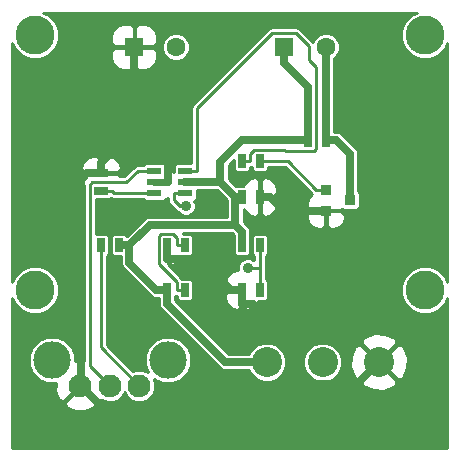
<source format=gtl>
G04 (created by PCBNEW (2013-mar-13)-testing) date Sun 09 Feb 2014 10:32:50 PM PST*
%MOIN*%
G04 Gerber Fmt 3.4, Leading zero omitted, Abs format*
%FSLAX34Y34*%
G01*
G70*
G90*
G04 APERTURE LIST*
%ADD10C,0.005906*%
%ADD11R,0.025000X0.045000*%
%ADD12R,0.063000X0.063000*%
%ADD13C,0.063000*%
%ADD14R,0.036000X0.036000*%
%ADD15R,0.045000X0.025000*%
%ADD16C,0.076000*%
%ADD17C,0.125000*%
%ADD18C,0.100000*%
%ADD19R,0.048031X0.024409*%
%ADD20C,0.130000*%
%ADD21C,0.035000*%
%ADD22C,0.025000*%
%ADD23C,0.024402*%
%ADD24C,0.010000*%
G04 APERTURE END LIST*
G54D10*
G54D11*
X17900Y-16400D03*
X18500Y-16400D03*
X20700Y-14500D03*
X20100Y-14500D03*
G54D12*
X14311Y-11400D03*
G54D13*
X15689Y-11400D03*
G54D12*
X19311Y-11400D03*
G54D13*
X20689Y-11400D03*
G54D14*
X20700Y-16850D03*
X20700Y-16150D03*
X21500Y-16500D03*
G54D11*
X13800Y-18000D03*
X13200Y-18000D03*
X17900Y-18000D03*
X18500Y-18000D03*
X18500Y-15200D03*
X17900Y-15200D03*
G54D15*
X13200Y-16200D03*
X13200Y-15600D03*
G54D11*
X18500Y-19500D03*
X17900Y-19500D03*
G54D16*
X12516Y-22700D03*
X13500Y-22700D03*
X14484Y-22700D03*
G54D17*
X11570Y-21834D03*
X15430Y-21834D03*
G54D18*
X18730Y-21900D03*
X20600Y-21900D03*
X22470Y-21900D03*
G54D19*
X16015Y-15525D03*
X16015Y-15900D03*
X16015Y-16274D03*
X14984Y-16274D03*
X14984Y-15900D03*
X14984Y-15525D03*
G54D20*
X11000Y-19500D03*
X24000Y-11000D03*
X11000Y-11000D03*
X24000Y-19500D03*
G54D11*
X15400Y-19500D03*
X16000Y-19500D03*
X16000Y-18000D03*
X15400Y-18000D03*
G54D21*
X16028Y-16699D03*
X18087Y-18758D03*
G54D22*
X19310Y-11400D02*
X19310Y-11940D01*
X13800Y-18000D02*
X14150Y-18000D01*
X15400Y-19500D02*
X15049Y-19500D01*
X17349Y-21900D02*
X15400Y-19950D01*
X18730Y-21900D02*
X17349Y-21900D01*
X15400Y-19500D02*
X15400Y-19950D01*
X14150Y-18600D02*
X15049Y-19500D01*
X14150Y-18000D02*
X14150Y-18600D01*
X17900Y-18000D02*
X17900Y-17549D01*
X16015Y-15900D02*
X16481Y-15900D01*
X20100Y-12729D02*
X20100Y-14500D01*
X19310Y-11940D02*
X20100Y-12729D01*
X17900Y-17549D02*
X17681Y-17331D01*
X17181Y-15232D02*
X17181Y-15900D01*
X17913Y-14500D02*
X17181Y-15232D01*
X20100Y-14500D02*
X17913Y-14500D01*
X16481Y-15900D02*
X17181Y-15900D01*
X14819Y-17331D02*
X17681Y-17331D01*
X14150Y-18000D02*
X14819Y-17331D01*
X17900Y-16400D02*
X17681Y-16400D01*
X17181Y-15900D02*
X17681Y-16400D01*
X17681Y-16400D02*
X17681Y-17331D01*
X14310Y-11400D02*
X14310Y-11940D01*
G54D23*
X14984Y-15900D02*
X15446Y-15900D01*
X15446Y-15873D02*
X15446Y-15900D01*
X15448Y-15872D02*
X15446Y-15873D01*
G54D22*
X13200Y-15600D02*
X13200Y-15249D01*
X14310Y-11940D02*
X14310Y-14466D01*
X14638Y-14466D02*
X14310Y-14466D01*
X15449Y-15277D02*
X14638Y-14466D01*
X15449Y-15870D02*
X15449Y-15277D01*
X15448Y-15872D02*
X15449Y-15870D01*
X13983Y-14466D02*
X13200Y-15249D01*
X14310Y-14466D02*
X13983Y-14466D01*
X13200Y-15600D02*
X12749Y-15600D01*
X15400Y-18000D02*
X15400Y-18450D01*
X20700Y-16850D02*
X20294Y-16850D01*
X18500Y-16400D02*
X18850Y-16400D01*
X16500Y-18450D02*
X17549Y-19500D01*
X15400Y-18450D02*
X16500Y-18450D01*
X12515Y-22700D02*
X12532Y-22700D01*
X12532Y-15817D02*
X12749Y-15600D01*
X12532Y-22700D02*
X12532Y-15817D01*
X17900Y-19500D02*
X17549Y-19500D01*
X18976Y-23322D02*
X19665Y-22633D01*
X13155Y-23322D02*
X18976Y-23322D01*
X12532Y-22700D02*
X13155Y-23322D01*
X21736Y-22633D02*
X22470Y-21900D01*
X19665Y-22633D02*
X21736Y-22633D01*
X20270Y-16874D02*
X19324Y-16874D01*
X20294Y-16850D02*
X20270Y-16874D01*
X19324Y-16874D02*
X18850Y-16400D01*
X18252Y-19950D02*
X17900Y-19950D01*
X18490Y-20188D02*
X18252Y-19950D01*
X19665Y-21362D02*
X18490Y-20188D01*
X19665Y-22633D02*
X19665Y-21362D01*
X19324Y-19353D02*
X19324Y-16874D01*
X18490Y-20188D02*
X19324Y-19353D01*
X17900Y-19500D02*
X17900Y-19950D01*
G54D24*
X18087Y-18758D02*
X18500Y-18758D01*
X18500Y-19500D02*
X18500Y-18758D01*
X18500Y-18758D02*
X18500Y-18000D01*
X16015Y-16274D02*
X15625Y-16274D01*
X15824Y-16699D02*
X16028Y-16699D01*
X15625Y-16500D02*
X15824Y-16699D01*
X15625Y-16274D02*
X15625Y-16500D01*
X19419Y-15200D02*
X20369Y-16150D01*
X18500Y-15200D02*
X19419Y-15200D01*
X20700Y-16150D02*
X20369Y-16150D01*
G54D22*
X21500Y-14949D02*
X21050Y-14500D01*
X21500Y-16500D02*
X21500Y-14949D01*
X20700Y-14500D02*
X21050Y-14500D01*
X20689Y-14038D02*
X20700Y-14049D01*
X20689Y-11400D02*
X20689Y-14038D01*
X20700Y-14500D02*
X20700Y-14049D01*
G54D24*
X15724Y-19224D02*
X15724Y-19500D01*
X15124Y-18624D02*
X15724Y-19224D01*
X15124Y-17705D02*
X15124Y-18624D01*
X15205Y-17624D02*
X15124Y-17705D01*
X15590Y-17624D02*
X15205Y-17624D01*
X15724Y-17759D02*
X15590Y-17624D01*
X15724Y-18000D02*
X15724Y-17759D01*
X16000Y-18000D02*
X15724Y-18000D01*
X16000Y-19500D02*
X15724Y-19500D01*
X12824Y-22024D02*
X13500Y-22700D01*
X12824Y-16000D02*
X12824Y-22024D01*
X12911Y-15914D02*
X12824Y-16000D01*
X14045Y-15914D02*
X12911Y-15914D01*
X14433Y-15525D02*
X14045Y-15914D01*
X14984Y-15525D02*
X14433Y-15525D01*
X13649Y-16274D02*
X13575Y-16200D01*
X14984Y-16274D02*
X13649Y-16274D01*
X13200Y-16200D02*
X13575Y-16200D01*
X13200Y-21415D02*
X13200Y-18000D01*
X14484Y-22700D02*
X13200Y-21415D01*
X18175Y-14959D02*
X18175Y-15200D01*
X18309Y-14824D02*
X18175Y-14959D01*
X19318Y-14824D02*
X18309Y-14824D01*
X19369Y-14875D02*
X19318Y-14824D01*
X20287Y-14875D02*
X19369Y-14875D01*
X20375Y-14787D02*
X20287Y-14875D01*
X20375Y-12079D02*
X20375Y-14787D01*
X20121Y-11826D02*
X20375Y-12079D01*
X20121Y-11363D02*
X20121Y-11826D01*
X19693Y-10934D02*
X20121Y-11363D01*
X18897Y-10934D02*
X19693Y-10934D01*
X16406Y-13426D02*
X18897Y-10934D01*
X16406Y-15525D02*
X16406Y-13426D01*
X16015Y-15525D02*
X16406Y-15525D01*
X17900Y-15200D02*
X18175Y-15200D01*
G54D10*
G36*
X15017Y-15925D02*
X15009Y-15925D01*
X15009Y-15932D01*
X14959Y-15932D01*
X14959Y-15925D01*
X14951Y-15925D01*
X14951Y-15875D01*
X14959Y-15875D01*
X14959Y-15867D01*
X15009Y-15867D01*
X15009Y-15875D01*
X15017Y-15875D01*
X15017Y-15925D01*
X15017Y-15925D01*
G37*
G54D24*
X15017Y-15925D02*
X15009Y-15925D01*
X15009Y-15932D01*
X14959Y-15932D01*
X14959Y-15925D01*
X14951Y-15925D01*
X14951Y-15875D01*
X14959Y-15875D01*
X14959Y-15867D01*
X15009Y-15867D01*
X15009Y-15875D01*
X15017Y-15875D01*
X15017Y-15925D01*
G54D10*
G36*
X15432Y-18025D02*
X15425Y-18025D01*
X15425Y-18032D01*
X15375Y-18032D01*
X15375Y-18025D01*
X15367Y-18025D01*
X15367Y-17975D01*
X15375Y-17975D01*
X15375Y-17967D01*
X15425Y-17967D01*
X15425Y-17975D01*
X15432Y-17975D01*
X15432Y-18025D01*
X15432Y-18025D01*
G37*
G54D24*
X15432Y-18025D02*
X15425Y-18025D01*
X15425Y-18032D01*
X15375Y-18032D01*
X15375Y-18025D01*
X15367Y-18025D01*
X15367Y-17975D01*
X15375Y-17975D01*
X15375Y-17967D01*
X15425Y-17967D01*
X15425Y-17975D01*
X15432Y-17975D01*
X15432Y-18025D01*
G54D10*
G36*
X24750Y-24750D02*
X23422Y-24750D01*
X23422Y-21723D01*
X23282Y-21372D01*
X23268Y-21351D01*
X23092Y-21312D01*
X23057Y-21347D01*
X23057Y-21277D01*
X23018Y-21101D01*
X22671Y-20952D01*
X22293Y-20947D01*
X21942Y-21087D01*
X21921Y-21101D01*
X21882Y-21277D01*
X22470Y-21864D01*
X23057Y-21277D01*
X23057Y-21347D01*
X22505Y-21900D01*
X23092Y-22487D01*
X23268Y-22448D01*
X23417Y-22101D01*
X23422Y-21723D01*
X23422Y-24750D01*
X23057Y-24750D01*
X23057Y-22522D01*
X22470Y-21935D01*
X22434Y-21970D01*
X22434Y-21900D01*
X21847Y-21312D01*
X21830Y-21316D01*
X21830Y-16709D01*
X21830Y-16650D01*
X21830Y-16290D01*
X21807Y-16235D01*
X21775Y-16202D01*
X21775Y-14949D01*
X21754Y-14844D01*
X21754Y-14844D01*
X21694Y-14755D01*
X21244Y-14305D01*
X21155Y-14245D01*
X21050Y-14225D01*
X20975Y-14225D01*
X20975Y-14049D01*
X20964Y-13994D01*
X20964Y-11782D01*
X21082Y-11663D01*
X21153Y-11492D01*
X21154Y-11307D01*
X21083Y-11136D01*
X20952Y-11006D01*
X20781Y-10935D01*
X20596Y-10934D01*
X20425Y-11005D01*
X20295Y-11136D01*
X20260Y-11219D01*
X19834Y-10793D01*
X19769Y-10750D01*
X19693Y-10734D01*
X18897Y-10734D01*
X18821Y-10750D01*
X18756Y-10793D01*
X16264Y-13285D01*
X16221Y-13350D01*
X16206Y-13426D01*
X16206Y-15253D01*
X16154Y-15253D01*
X16154Y-11307D01*
X16083Y-11136D01*
X15952Y-11006D01*
X15781Y-10935D01*
X15596Y-10934D01*
X15425Y-11005D01*
X15295Y-11136D01*
X15224Y-11307D01*
X15223Y-11492D01*
X15294Y-11663D01*
X15425Y-11793D01*
X15596Y-11864D01*
X15781Y-11865D01*
X15952Y-11794D01*
X16082Y-11663D01*
X16153Y-11492D01*
X16154Y-11307D01*
X16154Y-15253D01*
X15745Y-15253D01*
X15690Y-15276D01*
X15648Y-15318D01*
X15625Y-15374D01*
X15625Y-15433D01*
X15625Y-15570D01*
X15605Y-15523D01*
X15479Y-15396D01*
X15363Y-15348D01*
X15351Y-15318D01*
X15309Y-15276D01*
X15254Y-15253D01*
X15194Y-15253D01*
X15076Y-15253D01*
X15076Y-11804D01*
X15076Y-11625D01*
X15076Y-11537D01*
X15076Y-11262D01*
X15076Y-11174D01*
X15076Y-10995D01*
X15007Y-10830D01*
X14880Y-10703D01*
X14715Y-10635D01*
X14448Y-10635D01*
X14336Y-10747D01*
X14336Y-11375D01*
X14963Y-11375D01*
X15076Y-11262D01*
X15076Y-11537D01*
X14963Y-11425D01*
X14336Y-11425D01*
X14336Y-12052D01*
X14448Y-12165D01*
X14715Y-12165D01*
X14880Y-12096D01*
X15007Y-11969D01*
X15076Y-11804D01*
X15076Y-15253D01*
X14714Y-15253D01*
X14659Y-15276D01*
X14616Y-15318D01*
X14614Y-15325D01*
X14433Y-15325D01*
X14357Y-15341D01*
X14292Y-15384D01*
X14286Y-15390D01*
X14286Y-12052D01*
X14286Y-11425D01*
X14286Y-11375D01*
X14286Y-10747D01*
X14173Y-10635D01*
X13906Y-10635D01*
X13741Y-10703D01*
X13614Y-10830D01*
X13546Y-10995D01*
X13546Y-11174D01*
X13546Y-11262D01*
X13658Y-11375D01*
X14286Y-11375D01*
X14286Y-11425D01*
X13658Y-11425D01*
X13546Y-11537D01*
X13546Y-11625D01*
X13546Y-11804D01*
X13614Y-11969D01*
X13741Y-12096D01*
X13906Y-12165D01*
X14173Y-12165D01*
X14286Y-12052D01*
X14286Y-15390D01*
X13962Y-15714D01*
X13875Y-15714D01*
X13875Y-15462D01*
X13875Y-15385D01*
X13806Y-15220D01*
X13679Y-15093D01*
X13514Y-15025D01*
X13337Y-15025D01*
X13225Y-15137D01*
X13225Y-15575D01*
X13762Y-15575D01*
X13875Y-15462D01*
X13875Y-15714D01*
X13851Y-15714D01*
X13762Y-15625D01*
X13225Y-15625D01*
X13225Y-15632D01*
X13175Y-15632D01*
X13175Y-15625D01*
X13175Y-15575D01*
X13175Y-15137D01*
X13062Y-15025D01*
X12885Y-15025D01*
X12720Y-15093D01*
X12593Y-15220D01*
X12525Y-15385D01*
X12525Y-15462D01*
X12637Y-15575D01*
X13175Y-15575D01*
X13175Y-15625D01*
X12637Y-15625D01*
X12525Y-15737D01*
X12525Y-15814D01*
X12593Y-15979D01*
X12624Y-16011D01*
X12624Y-21871D01*
X12358Y-21868D01*
X12344Y-21874D01*
X12345Y-21680D01*
X12227Y-21395D01*
X12009Y-21177D01*
X11724Y-21059D01*
X11416Y-21058D01*
X11131Y-21176D01*
X10913Y-21394D01*
X10795Y-21679D01*
X10794Y-21987D01*
X10912Y-22272D01*
X11130Y-22490D01*
X11415Y-22608D01*
X11686Y-22609D01*
X11684Y-22857D01*
X11807Y-23163D01*
X11816Y-23176D01*
X11979Y-23200D01*
X12480Y-22700D01*
X12475Y-22694D01*
X12510Y-22659D01*
X12516Y-22664D01*
X12521Y-22659D01*
X12556Y-22694D01*
X12551Y-22700D01*
X13052Y-23200D01*
X13215Y-23176D01*
X13222Y-23158D01*
X13394Y-23229D01*
X13604Y-23230D01*
X13799Y-23149D01*
X13949Y-23000D01*
X13992Y-22897D01*
X14034Y-22999D01*
X14183Y-23149D01*
X14378Y-23229D01*
X14588Y-23230D01*
X14783Y-23149D01*
X14933Y-23000D01*
X15013Y-22805D01*
X15014Y-22595D01*
X14957Y-22457D01*
X14990Y-22490D01*
X15275Y-22608D01*
X15583Y-22609D01*
X15868Y-22491D01*
X16086Y-22273D01*
X16204Y-21988D01*
X16205Y-21680D01*
X16087Y-21395D01*
X15869Y-21177D01*
X15584Y-21059D01*
X15276Y-21058D01*
X14991Y-21176D01*
X14773Y-21394D01*
X14655Y-21679D01*
X14654Y-21987D01*
X14759Y-22240D01*
X14589Y-22170D01*
X14379Y-22169D01*
X14278Y-22211D01*
X13400Y-21333D01*
X13400Y-18356D01*
X13409Y-18352D01*
X13452Y-18309D01*
X13475Y-18254D01*
X13475Y-18195D01*
X13475Y-17745D01*
X13452Y-17690D01*
X13409Y-17647D01*
X13354Y-17625D01*
X13295Y-17625D01*
X13045Y-17625D01*
X13024Y-17633D01*
X13024Y-16475D01*
X13454Y-16475D01*
X13509Y-16452D01*
X13531Y-16431D01*
X13572Y-16458D01*
X13572Y-16458D01*
X13649Y-16474D01*
X14614Y-16474D01*
X14616Y-16481D01*
X14659Y-16523D01*
X14714Y-16546D01*
X14773Y-16546D01*
X15254Y-16546D01*
X15309Y-16523D01*
X15351Y-16481D01*
X15363Y-16451D01*
X15425Y-16425D01*
X15425Y-16500D01*
X15440Y-16576D01*
X15484Y-16641D01*
X15683Y-16841D01*
X15748Y-16884D01*
X15755Y-16885D01*
X15844Y-16974D01*
X15963Y-17024D01*
X16093Y-17024D01*
X16212Y-16975D01*
X16304Y-16883D01*
X16353Y-16764D01*
X16353Y-16635D01*
X16312Y-16535D01*
X16340Y-16523D01*
X16383Y-16481D01*
X16405Y-16425D01*
X16405Y-16366D01*
X16405Y-16175D01*
X16481Y-16175D01*
X17067Y-16175D01*
X17406Y-16513D01*
X17406Y-17056D01*
X14819Y-17056D01*
X14713Y-17076D01*
X14624Y-17136D01*
X14057Y-17703D01*
X14052Y-17690D01*
X14009Y-17647D01*
X13954Y-17625D01*
X13895Y-17625D01*
X13645Y-17625D01*
X13590Y-17647D01*
X13547Y-17690D01*
X13525Y-17745D01*
X13525Y-17804D01*
X13525Y-18000D01*
X13525Y-18254D01*
X13547Y-18309D01*
X13590Y-18352D01*
X13645Y-18375D01*
X13704Y-18375D01*
X13875Y-18375D01*
X13875Y-18600D01*
X13896Y-18705D01*
X13955Y-18794D01*
X14855Y-19694D01*
X14944Y-19754D01*
X14944Y-19754D01*
X15049Y-19775D01*
X15125Y-19775D01*
X15125Y-19950D01*
X15145Y-20055D01*
X15205Y-20144D01*
X17155Y-22094D01*
X17244Y-22154D01*
X17349Y-22175D01*
X18140Y-22175D01*
X18178Y-22267D01*
X18361Y-22450D01*
X18600Y-22549D01*
X18858Y-22550D01*
X19097Y-22451D01*
X19280Y-22268D01*
X19379Y-22029D01*
X19380Y-21771D01*
X19281Y-21532D01*
X19098Y-21349D01*
X19075Y-21339D01*
X19075Y-16714D01*
X19075Y-16537D01*
X19075Y-16262D01*
X19075Y-16085D01*
X19006Y-15920D01*
X18879Y-15793D01*
X18714Y-15725D01*
X18637Y-15725D01*
X18525Y-15837D01*
X18525Y-16375D01*
X18962Y-16375D01*
X19075Y-16262D01*
X19075Y-16537D01*
X18962Y-16425D01*
X18525Y-16425D01*
X18525Y-16962D01*
X18637Y-17075D01*
X18714Y-17075D01*
X18879Y-17006D01*
X19006Y-16879D01*
X19075Y-16714D01*
X19075Y-21339D01*
X18859Y-21250D01*
X18775Y-21250D01*
X18775Y-19754D01*
X18775Y-19695D01*
X18775Y-19245D01*
X18752Y-19190D01*
X18709Y-19147D01*
X18700Y-19143D01*
X18700Y-18758D01*
X18700Y-18356D01*
X18709Y-18352D01*
X18752Y-18309D01*
X18775Y-18254D01*
X18775Y-18195D01*
X18775Y-17745D01*
X18752Y-17690D01*
X18709Y-17647D01*
X18654Y-17625D01*
X18595Y-17625D01*
X18345Y-17625D01*
X18290Y-17647D01*
X18247Y-17690D01*
X18225Y-17745D01*
X18225Y-17804D01*
X18225Y-18254D01*
X18247Y-18309D01*
X18290Y-18352D01*
X18300Y-18356D01*
X18300Y-18511D01*
X18271Y-18483D01*
X18152Y-18433D01*
X18023Y-18433D01*
X17903Y-18482D01*
X17812Y-18574D01*
X17762Y-18693D01*
X17762Y-18822D01*
X17764Y-18826D01*
X17762Y-18825D01*
X17685Y-18825D01*
X17520Y-18893D01*
X17393Y-19020D01*
X17325Y-19185D01*
X17325Y-19362D01*
X17437Y-19475D01*
X17875Y-19475D01*
X17875Y-19467D01*
X17925Y-19467D01*
X17925Y-19475D01*
X17932Y-19475D01*
X17932Y-19525D01*
X17925Y-19525D01*
X17925Y-20062D01*
X18037Y-20175D01*
X18114Y-20175D01*
X18279Y-20106D01*
X18406Y-19979D01*
X18449Y-19875D01*
X18654Y-19875D01*
X18709Y-19852D01*
X18752Y-19809D01*
X18775Y-19754D01*
X18775Y-21250D01*
X18601Y-21249D01*
X18362Y-21348D01*
X18179Y-21531D01*
X18140Y-21625D01*
X17875Y-21625D01*
X17875Y-20062D01*
X17875Y-19525D01*
X17437Y-19525D01*
X17325Y-19637D01*
X17325Y-19814D01*
X17393Y-19979D01*
X17520Y-20106D01*
X17685Y-20175D01*
X17762Y-20175D01*
X17875Y-20062D01*
X17875Y-21625D01*
X17463Y-21625D01*
X15675Y-19836D01*
X15675Y-19754D01*
X15675Y-19695D01*
X15675Y-19690D01*
X15724Y-19700D01*
X15725Y-19700D01*
X15725Y-19754D01*
X15747Y-19809D01*
X15790Y-19852D01*
X15845Y-19875D01*
X15904Y-19875D01*
X16154Y-19875D01*
X16209Y-19852D01*
X16252Y-19809D01*
X16275Y-19754D01*
X16275Y-19695D01*
X16275Y-19245D01*
X16252Y-19190D01*
X16209Y-19147D01*
X16154Y-19125D01*
X16095Y-19125D01*
X15894Y-19125D01*
X15866Y-19083D01*
X15425Y-18642D01*
X15425Y-18562D01*
X15537Y-18675D01*
X15614Y-18675D01*
X15779Y-18606D01*
X15906Y-18479D01*
X15949Y-18375D01*
X16154Y-18375D01*
X16209Y-18352D01*
X16252Y-18309D01*
X16275Y-18254D01*
X16275Y-18195D01*
X16275Y-17745D01*
X16252Y-17690D01*
X16209Y-17647D01*
X16154Y-17625D01*
X16095Y-17625D01*
X15949Y-17625D01*
X15942Y-17606D01*
X17567Y-17606D01*
X17625Y-17663D01*
X17625Y-17745D01*
X17625Y-17804D01*
X17625Y-18000D01*
X17625Y-18254D01*
X17647Y-18309D01*
X17690Y-18352D01*
X17745Y-18375D01*
X17804Y-18375D01*
X18054Y-18375D01*
X18109Y-18352D01*
X18152Y-18309D01*
X18175Y-18254D01*
X18175Y-18195D01*
X18175Y-18000D01*
X18175Y-17745D01*
X18175Y-17549D01*
X18154Y-17444D01*
X18154Y-17444D01*
X18094Y-17355D01*
X17956Y-17217D01*
X17956Y-16789D01*
X17993Y-16879D01*
X18120Y-17006D01*
X18285Y-17075D01*
X18362Y-17075D01*
X18475Y-16962D01*
X18475Y-16425D01*
X18467Y-16425D01*
X18467Y-16375D01*
X18475Y-16375D01*
X18475Y-15837D01*
X18362Y-15725D01*
X18285Y-15725D01*
X18120Y-15793D01*
X17993Y-15920D01*
X17950Y-16025D01*
X17745Y-16025D01*
X17709Y-16039D01*
X17456Y-15786D01*
X17456Y-15346D01*
X17625Y-15177D01*
X17625Y-15454D01*
X17647Y-15509D01*
X17690Y-15552D01*
X17745Y-15575D01*
X17804Y-15575D01*
X18054Y-15575D01*
X18109Y-15552D01*
X18152Y-15509D01*
X18175Y-15454D01*
X18175Y-15400D01*
X18175Y-15400D01*
X18225Y-15390D01*
X18225Y-15454D01*
X18247Y-15509D01*
X18290Y-15552D01*
X18345Y-15575D01*
X18404Y-15575D01*
X18654Y-15575D01*
X18709Y-15552D01*
X18752Y-15509D01*
X18775Y-15454D01*
X18775Y-15400D01*
X19337Y-15400D01*
X20228Y-16291D01*
X20248Y-16304D01*
X20138Y-16415D01*
X20070Y-16580D01*
X20070Y-16712D01*
X20182Y-16825D01*
X20675Y-16825D01*
X20675Y-16817D01*
X20725Y-16817D01*
X20725Y-16825D01*
X21217Y-16825D01*
X21235Y-16807D01*
X21290Y-16830D01*
X21349Y-16830D01*
X21709Y-16830D01*
X21764Y-16807D01*
X21807Y-16764D01*
X21830Y-16709D01*
X21830Y-21316D01*
X21671Y-21351D01*
X21522Y-21698D01*
X21517Y-22076D01*
X21657Y-22427D01*
X21671Y-22448D01*
X21847Y-22487D01*
X22434Y-21900D01*
X22434Y-21970D01*
X21882Y-22522D01*
X21921Y-22698D01*
X22268Y-22847D01*
X22646Y-22852D01*
X22997Y-22712D01*
X23018Y-22698D01*
X23057Y-22522D01*
X23057Y-24750D01*
X21330Y-24750D01*
X21330Y-17119D01*
X21330Y-16987D01*
X21217Y-16875D01*
X20725Y-16875D01*
X20725Y-17367D01*
X20837Y-17480D01*
X20969Y-17480D01*
X21134Y-17411D01*
X21261Y-17284D01*
X21330Y-17119D01*
X21330Y-24750D01*
X21250Y-24750D01*
X21250Y-21771D01*
X21151Y-21532D01*
X20968Y-21349D01*
X20729Y-21250D01*
X20675Y-21250D01*
X20675Y-17367D01*
X20675Y-16875D01*
X20182Y-16875D01*
X20070Y-16987D01*
X20070Y-17119D01*
X20138Y-17284D01*
X20265Y-17411D01*
X20430Y-17480D01*
X20562Y-17480D01*
X20675Y-17367D01*
X20675Y-21250D01*
X20471Y-21249D01*
X20232Y-21348D01*
X20049Y-21531D01*
X19950Y-21770D01*
X19949Y-22028D01*
X20048Y-22267D01*
X20231Y-22450D01*
X20470Y-22549D01*
X20728Y-22550D01*
X20967Y-22451D01*
X21150Y-22268D01*
X21249Y-22029D01*
X21250Y-21771D01*
X21250Y-24750D01*
X13016Y-24750D01*
X13016Y-23236D01*
X12516Y-22735D01*
X12015Y-23236D01*
X12039Y-23399D01*
X12342Y-23528D01*
X12673Y-23531D01*
X12979Y-23408D01*
X12992Y-23399D01*
X13016Y-23236D01*
X13016Y-24750D01*
X10250Y-24750D01*
X10250Y-19779D01*
X10321Y-19952D01*
X10546Y-20177D01*
X10840Y-20299D01*
X11158Y-20300D01*
X11452Y-20178D01*
X11677Y-19953D01*
X11799Y-19659D01*
X11800Y-19341D01*
X11678Y-19047D01*
X11453Y-18822D01*
X11159Y-18700D01*
X10841Y-18699D01*
X10547Y-18821D01*
X10322Y-19046D01*
X10250Y-19220D01*
X10250Y-11279D01*
X10321Y-11452D01*
X10546Y-11677D01*
X10840Y-11799D01*
X11158Y-11800D01*
X11452Y-11678D01*
X11677Y-11453D01*
X11799Y-11159D01*
X11800Y-10841D01*
X11678Y-10547D01*
X11453Y-10322D01*
X11279Y-10250D01*
X23720Y-10250D01*
X23547Y-10321D01*
X23322Y-10546D01*
X23200Y-10840D01*
X23199Y-11158D01*
X23321Y-11452D01*
X23546Y-11677D01*
X23840Y-11799D01*
X24158Y-11800D01*
X24452Y-11678D01*
X24677Y-11453D01*
X24750Y-11279D01*
X24750Y-19220D01*
X24678Y-19047D01*
X24453Y-18822D01*
X24159Y-18700D01*
X23841Y-18699D01*
X23547Y-18821D01*
X23322Y-19046D01*
X23200Y-19340D01*
X23199Y-19658D01*
X23321Y-19952D01*
X23546Y-20177D01*
X23840Y-20299D01*
X24158Y-20300D01*
X24452Y-20178D01*
X24677Y-19953D01*
X24750Y-19779D01*
X24750Y-24750D01*
X24750Y-24750D01*
G37*
G54D24*
X24750Y-24750D02*
X23422Y-24750D01*
X23422Y-21723D01*
X23282Y-21372D01*
X23268Y-21351D01*
X23092Y-21312D01*
X23057Y-21347D01*
X23057Y-21277D01*
X23018Y-21101D01*
X22671Y-20952D01*
X22293Y-20947D01*
X21942Y-21087D01*
X21921Y-21101D01*
X21882Y-21277D01*
X22470Y-21864D01*
X23057Y-21277D01*
X23057Y-21347D01*
X22505Y-21900D01*
X23092Y-22487D01*
X23268Y-22448D01*
X23417Y-22101D01*
X23422Y-21723D01*
X23422Y-24750D01*
X23057Y-24750D01*
X23057Y-22522D01*
X22470Y-21935D01*
X22434Y-21970D01*
X22434Y-21900D01*
X21847Y-21312D01*
X21830Y-21316D01*
X21830Y-16709D01*
X21830Y-16650D01*
X21830Y-16290D01*
X21807Y-16235D01*
X21775Y-16202D01*
X21775Y-14949D01*
X21754Y-14844D01*
X21754Y-14844D01*
X21694Y-14755D01*
X21244Y-14305D01*
X21155Y-14245D01*
X21050Y-14225D01*
X20975Y-14225D01*
X20975Y-14049D01*
X20964Y-13994D01*
X20964Y-11782D01*
X21082Y-11663D01*
X21153Y-11492D01*
X21154Y-11307D01*
X21083Y-11136D01*
X20952Y-11006D01*
X20781Y-10935D01*
X20596Y-10934D01*
X20425Y-11005D01*
X20295Y-11136D01*
X20260Y-11219D01*
X19834Y-10793D01*
X19769Y-10750D01*
X19693Y-10734D01*
X18897Y-10734D01*
X18821Y-10750D01*
X18756Y-10793D01*
X16264Y-13285D01*
X16221Y-13350D01*
X16206Y-13426D01*
X16206Y-15253D01*
X16154Y-15253D01*
X16154Y-11307D01*
X16083Y-11136D01*
X15952Y-11006D01*
X15781Y-10935D01*
X15596Y-10934D01*
X15425Y-11005D01*
X15295Y-11136D01*
X15224Y-11307D01*
X15223Y-11492D01*
X15294Y-11663D01*
X15425Y-11793D01*
X15596Y-11864D01*
X15781Y-11865D01*
X15952Y-11794D01*
X16082Y-11663D01*
X16153Y-11492D01*
X16154Y-11307D01*
X16154Y-15253D01*
X15745Y-15253D01*
X15690Y-15276D01*
X15648Y-15318D01*
X15625Y-15374D01*
X15625Y-15433D01*
X15625Y-15570D01*
X15605Y-15523D01*
X15479Y-15396D01*
X15363Y-15348D01*
X15351Y-15318D01*
X15309Y-15276D01*
X15254Y-15253D01*
X15194Y-15253D01*
X15076Y-15253D01*
X15076Y-11804D01*
X15076Y-11625D01*
X15076Y-11537D01*
X15076Y-11262D01*
X15076Y-11174D01*
X15076Y-10995D01*
X15007Y-10830D01*
X14880Y-10703D01*
X14715Y-10635D01*
X14448Y-10635D01*
X14336Y-10747D01*
X14336Y-11375D01*
X14963Y-11375D01*
X15076Y-11262D01*
X15076Y-11537D01*
X14963Y-11425D01*
X14336Y-11425D01*
X14336Y-12052D01*
X14448Y-12165D01*
X14715Y-12165D01*
X14880Y-12096D01*
X15007Y-11969D01*
X15076Y-11804D01*
X15076Y-15253D01*
X14714Y-15253D01*
X14659Y-15276D01*
X14616Y-15318D01*
X14614Y-15325D01*
X14433Y-15325D01*
X14357Y-15341D01*
X14292Y-15384D01*
X14286Y-15390D01*
X14286Y-12052D01*
X14286Y-11425D01*
X14286Y-11375D01*
X14286Y-10747D01*
X14173Y-10635D01*
X13906Y-10635D01*
X13741Y-10703D01*
X13614Y-10830D01*
X13546Y-10995D01*
X13546Y-11174D01*
X13546Y-11262D01*
X13658Y-11375D01*
X14286Y-11375D01*
X14286Y-11425D01*
X13658Y-11425D01*
X13546Y-11537D01*
X13546Y-11625D01*
X13546Y-11804D01*
X13614Y-11969D01*
X13741Y-12096D01*
X13906Y-12165D01*
X14173Y-12165D01*
X14286Y-12052D01*
X14286Y-15390D01*
X13962Y-15714D01*
X13875Y-15714D01*
X13875Y-15462D01*
X13875Y-15385D01*
X13806Y-15220D01*
X13679Y-15093D01*
X13514Y-15025D01*
X13337Y-15025D01*
X13225Y-15137D01*
X13225Y-15575D01*
X13762Y-15575D01*
X13875Y-15462D01*
X13875Y-15714D01*
X13851Y-15714D01*
X13762Y-15625D01*
X13225Y-15625D01*
X13225Y-15632D01*
X13175Y-15632D01*
X13175Y-15625D01*
X13175Y-15575D01*
X13175Y-15137D01*
X13062Y-15025D01*
X12885Y-15025D01*
X12720Y-15093D01*
X12593Y-15220D01*
X12525Y-15385D01*
X12525Y-15462D01*
X12637Y-15575D01*
X13175Y-15575D01*
X13175Y-15625D01*
X12637Y-15625D01*
X12525Y-15737D01*
X12525Y-15814D01*
X12593Y-15979D01*
X12624Y-16011D01*
X12624Y-21871D01*
X12358Y-21868D01*
X12344Y-21874D01*
X12345Y-21680D01*
X12227Y-21395D01*
X12009Y-21177D01*
X11724Y-21059D01*
X11416Y-21058D01*
X11131Y-21176D01*
X10913Y-21394D01*
X10795Y-21679D01*
X10794Y-21987D01*
X10912Y-22272D01*
X11130Y-22490D01*
X11415Y-22608D01*
X11686Y-22609D01*
X11684Y-22857D01*
X11807Y-23163D01*
X11816Y-23176D01*
X11979Y-23200D01*
X12480Y-22700D01*
X12475Y-22694D01*
X12510Y-22659D01*
X12516Y-22664D01*
X12521Y-22659D01*
X12556Y-22694D01*
X12551Y-22700D01*
X13052Y-23200D01*
X13215Y-23176D01*
X13222Y-23158D01*
X13394Y-23229D01*
X13604Y-23230D01*
X13799Y-23149D01*
X13949Y-23000D01*
X13992Y-22897D01*
X14034Y-22999D01*
X14183Y-23149D01*
X14378Y-23229D01*
X14588Y-23230D01*
X14783Y-23149D01*
X14933Y-23000D01*
X15013Y-22805D01*
X15014Y-22595D01*
X14957Y-22457D01*
X14990Y-22490D01*
X15275Y-22608D01*
X15583Y-22609D01*
X15868Y-22491D01*
X16086Y-22273D01*
X16204Y-21988D01*
X16205Y-21680D01*
X16087Y-21395D01*
X15869Y-21177D01*
X15584Y-21059D01*
X15276Y-21058D01*
X14991Y-21176D01*
X14773Y-21394D01*
X14655Y-21679D01*
X14654Y-21987D01*
X14759Y-22240D01*
X14589Y-22170D01*
X14379Y-22169D01*
X14278Y-22211D01*
X13400Y-21333D01*
X13400Y-18356D01*
X13409Y-18352D01*
X13452Y-18309D01*
X13475Y-18254D01*
X13475Y-18195D01*
X13475Y-17745D01*
X13452Y-17690D01*
X13409Y-17647D01*
X13354Y-17625D01*
X13295Y-17625D01*
X13045Y-17625D01*
X13024Y-17633D01*
X13024Y-16475D01*
X13454Y-16475D01*
X13509Y-16452D01*
X13531Y-16431D01*
X13572Y-16458D01*
X13572Y-16458D01*
X13649Y-16474D01*
X14614Y-16474D01*
X14616Y-16481D01*
X14659Y-16523D01*
X14714Y-16546D01*
X14773Y-16546D01*
X15254Y-16546D01*
X15309Y-16523D01*
X15351Y-16481D01*
X15363Y-16451D01*
X15425Y-16425D01*
X15425Y-16500D01*
X15440Y-16576D01*
X15484Y-16641D01*
X15683Y-16841D01*
X15748Y-16884D01*
X15755Y-16885D01*
X15844Y-16974D01*
X15963Y-17024D01*
X16093Y-17024D01*
X16212Y-16975D01*
X16304Y-16883D01*
X16353Y-16764D01*
X16353Y-16635D01*
X16312Y-16535D01*
X16340Y-16523D01*
X16383Y-16481D01*
X16405Y-16425D01*
X16405Y-16366D01*
X16405Y-16175D01*
X16481Y-16175D01*
X17067Y-16175D01*
X17406Y-16513D01*
X17406Y-17056D01*
X14819Y-17056D01*
X14713Y-17076D01*
X14624Y-17136D01*
X14057Y-17703D01*
X14052Y-17690D01*
X14009Y-17647D01*
X13954Y-17625D01*
X13895Y-17625D01*
X13645Y-17625D01*
X13590Y-17647D01*
X13547Y-17690D01*
X13525Y-17745D01*
X13525Y-17804D01*
X13525Y-18000D01*
X13525Y-18254D01*
X13547Y-18309D01*
X13590Y-18352D01*
X13645Y-18375D01*
X13704Y-18375D01*
X13875Y-18375D01*
X13875Y-18600D01*
X13896Y-18705D01*
X13955Y-18794D01*
X14855Y-19694D01*
X14944Y-19754D01*
X14944Y-19754D01*
X15049Y-19775D01*
X15125Y-19775D01*
X15125Y-19950D01*
X15145Y-20055D01*
X15205Y-20144D01*
X17155Y-22094D01*
X17244Y-22154D01*
X17349Y-22175D01*
X18140Y-22175D01*
X18178Y-22267D01*
X18361Y-22450D01*
X18600Y-22549D01*
X18858Y-22550D01*
X19097Y-22451D01*
X19280Y-22268D01*
X19379Y-22029D01*
X19380Y-21771D01*
X19281Y-21532D01*
X19098Y-21349D01*
X19075Y-21339D01*
X19075Y-16714D01*
X19075Y-16537D01*
X19075Y-16262D01*
X19075Y-16085D01*
X19006Y-15920D01*
X18879Y-15793D01*
X18714Y-15725D01*
X18637Y-15725D01*
X18525Y-15837D01*
X18525Y-16375D01*
X18962Y-16375D01*
X19075Y-16262D01*
X19075Y-16537D01*
X18962Y-16425D01*
X18525Y-16425D01*
X18525Y-16962D01*
X18637Y-17075D01*
X18714Y-17075D01*
X18879Y-17006D01*
X19006Y-16879D01*
X19075Y-16714D01*
X19075Y-21339D01*
X18859Y-21250D01*
X18775Y-21250D01*
X18775Y-19754D01*
X18775Y-19695D01*
X18775Y-19245D01*
X18752Y-19190D01*
X18709Y-19147D01*
X18700Y-19143D01*
X18700Y-18758D01*
X18700Y-18356D01*
X18709Y-18352D01*
X18752Y-18309D01*
X18775Y-18254D01*
X18775Y-18195D01*
X18775Y-17745D01*
X18752Y-17690D01*
X18709Y-17647D01*
X18654Y-17625D01*
X18595Y-17625D01*
X18345Y-17625D01*
X18290Y-17647D01*
X18247Y-17690D01*
X18225Y-17745D01*
X18225Y-17804D01*
X18225Y-18254D01*
X18247Y-18309D01*
X18290Y-18352D01*
X18300Y-18356D01*
X18300Y-18511D01*
X18271Y-18483D01*
X18152Y-18433D01*
X18023Y-18433D01*
X17903Y-18482D01*
X17812Y-18574D01*
X17762Y-18693D01*
X17762Y-18822D01*
X17764Y-18826D01*
X17762Y-18825D01*
X17685Y-18825D01*
X17520Y-18893D01*
X17393Y-19020D01*
X17325Y-19185D01*
X17325Y-19362D01*
X17437Y-19475D01*
X17875Y-19475D01*
X17875Y-19467D01*
X17925Y-19467D01*
X17925Y-19475D01*
X17932Y-19475D01*
X17932Y-19525D01*
X17925Y-19525D01*
X17925Y-20062D01*
X18037Y-20175D01*
X18114Y-20175D01*
X18279Y-20106D01*
X18406Y-19979D01*
X18449Y-19875D01*
X18654Y-19875D01*
X18709Y-19852D01*
X18752Y-19809D01*
X18775Y-19754D01*
X18775Y-21250D01*
X18601Y-21249D01*
X18362Y-21348D01*
X18179Y-21531D01*
X18140Y-21625D01*
X17875Y-21625D01*
X17875Y-20062D01*
X17875Y-19525D01*
X17437Y-19525D01*
X17325Y-19637D01*
X17325Y-19814D01*
X17393Y-19979D01*
X17520Y-20106D01*
X17685Y-20175D01*
X17762Y-20175D01*
X17875Y-20062D01*
X17875Y-21625D01*
X17463Y-21625D01*
X15675Y-19836D01*
X15675Y-19754D01*
X15675Y-19695D01*
X15675Y-19690D01*
X15724Y-19700D01*
X15725Y-19700D01*
X15725Y-19754D01*
X15747Y-19809D01*
X15790Y-19852D01*
X15845Y-19875D01*
X15904Y-19875D01*
X16154Y-19875D01*
X16209Y-19852D01*
X16252Y-19809D01*
X16275Y-19754D01*
X16275Y-19695D01*
X16275Y-19245D01*
X16252Y-19190D01*
X16209Y-19147D01*
X16154Y-19125D01*
X16095Y-19125D01*
X15894Y-19125D01*
X15866Y-19083D01*
X15425Y-18642D01*
X15425Y-18562D01*
X15537Y-18675D01*
X15614Y-18675D01*
X15779Y-18606D01*
X15906Y-18479D01*
X15949Y-18375D01*
X16154Y-18375D01*
X16209Y-18352D01*
X16252Y-18309D01*
X16275Y-18254D01*
X16275Y-18195D01*
X16275Y-17745D01*
X16252Y-17690D01*
X16209Y-17647D01*
X16154Y-17625D01*
X16095Y-17625D01*
X15949Y-17625D01*
X15942Y-17606D01*
X17567Y-17606D01*
X17625Y-17663D01*
X17625Y-17745D01*
X17625Y-17804D01*
X17625Y-18000D01*
X17625Y-18254D01*
X17647Y-18309D01*
X17690Y-18352D01*
X17745Y-18375D01*
X17804Y-18375D01*
X18054Y-18375D01*
X18109Y-18352D01*
X18152Y-18309D01*
X18175Y-18254D01*
X18175Y-18195D01*
X18175Y-18000D01*
X18175Y-17745D01*
X18175Y-17549D01*
X18154Y-17444D01*
X18154Y-17444D01*
X18094Y-17355D01*
X17956Y-17217D01*
X17956Y-16789D01*
X17993Y-16879D01*
X18120Y-17006D01*
X18285Y-17075D01*
X18362Y-17075D01*
X18475Y-16962D01*
X18475Y-16425D01*
X18467Y-16425D01*
X18467Y-16375D01*
X18475Y-16375D01*
X18475Y-15837D01*
X18362Y-15725D01*
X18285Y-15725D01*
X18120Y-15793D01*
X17993Y-15920D01*
X17950Y-16025D01*
X17745Y-16025D01*
X17709Y-16039D01*
X17456Y-15786D01*
X17456Y-15346D01*
X17625Y-15177D01*
X17625Y-15454D01*
X17647Y-15509D01*
X17690Y-15552D01*
X17745Y-15575D01*
X17804Y-15575D01*
X18054Y-15575D01*
X18109Y-15552D01*
X18152Y-15509D01*
X18175Y-15454D01*
X18175Y-15400D01*
X18175Y-15400D01*
X18225Y-15390D01*
X18225Y-15454D01*
X18247Y-15509D01*
X18290Y-15552D01*
X18345Y-15575D01*
X18404Y-15575D01*
X18654Y-15575D01*
X18709Y-15552D01*
X18752Y-15509D01*
X18775Y-15454D01*
X18775Y-15400D01*
X19337Y-15400D01*
X20228Y-16291D01*
X20248Y-16304D01*
X20138Y-16415D01*
X20070Y-16580D01*
X20070Y-16712D01*
X20182Y-16825D01*
X20675Y-16825D01*
X20675Y-16817D01*
X20725Y-16817D01*
X20725Y-16825D01*
X21217Y-16825D01*
X21235Y-16807D01*
X21290Y-16830D01*
X21349Y-16830D01*
X21709Y-16830D01*
X21764Y-16807D01*
X21807Y-16764D01*
X21830Y-16709D01*
X21830Y-21316D01*
X21671Y-21351D01*
X21522Y-21698D01*
X21517Y-22076D01*
X21657Y-22427D01*
X21671Y-22448D01*
X21847Y-22487D01*
X22434Y-21900D01*
X22434Y-21970D01*
X21882Y-22522D01*
X21921Y-22698D01*
X22268Y-22847D01*
X22646Y-22852D01*
X22997Y-22712D01*
X23018Y-22698D01*
X23057Y-22522D01*
X23057Y-24750D01*
X21330Y-24750D01*
X21330Y-17119D01*
X21330Y-16987D01*
X21217Y-16875D01*
X20725Y-16875D01*
X20725Y-17367D01*
X20837Y-17480D01*
X20969Y-17480D01*
X21134Y-17411D01*
X21261Y-17284D01*
X21330Y-17119D01*
X21330Y-24750D01*
X21250Y-24750D01*
X21250Y-21771D01*
X21151Y-21532D01*
X20968Y-21349D01*
X20729Y-21250D01*
X20675Y-21250D01*
X20675Y-17367D01*
X20675Y-16875D01*
X20182Y-16875D01*
X20070Y-16987D01*
X20070Y-17119D01*
X20138Y-17284D01*
X20265Y-17411D01*
X20430Y-17480D01*
X20562Y-17480D01*
X20675Y-17367D01*
X20675Y-21250D01*
X20471Y-21249D01*
X20232Y-21348D01*
X20049Y-21531D01*
X19950Y-21770D01*
X19949Y-22028D01*
X20048Y-22267D01*
X20231Y-22450D01*
X20470Y-22549D01*
X20728Y-22550D01*
X20967Y-22451D01*
X21150Y-22268D01*
X21249Y-22029D01*
X21250Y-21771D01*
X21250Y-24750D01*
X13016Y-24750D01*
X13016Y-23236D01*
X12516Y-22735D01*
X12015Y-23236D01*
X12039Y-23399D01*
X12342Y-23528D01*
X12673Y-23531D01*
X12979Y-23408D01*
X12992Y-23399D01*
X13016Y-23236D01*
X13016Y-24750D01*
X10250Y-24750D01*
X10250Y-19779D01*
X10321Y-19952D01*
X10546Y-20177D01*
X10840Y-20299D01*
X11158Y-20300D01*
X11452Y-20178D01*
X11677Y-19953D01*
X11799Y-19659D01*
X11800Y-19341D01*
X11678Y-19047D01*
X11453Y-18822D01*
X11159Y-18700D01*
X10841Y-18699D01*
X10547Y-18821D01*
X10322Y-19046D01*
X10250Y-19220D01*
X10250Y-11279D01*
X10321Y-11452D01*
X10546Y-11677D01*
X10840Y-11799D01*
X11158Y-11800D01*
X11452Y-11678D01*
X11677Y-11453D01*
X11799Y-11159D01*
X11800Y-10841D01*
X11678Y-10547D01*
X11453Y-10322D01*
X11279Y-10250D01*
X23720Y-10250D01*
X23547Y-10321D01*
X23322Y-10546D01*
X23200Y-10840D01*
X23199Y-11158D01*
X23321Y-11452D01*
X23546Y-11677D01*
X23840Y-11799D01*
X24158Y-11800D01*
X24452Y-11678D01*
X24677Y-11453D01*
X24750Y-11279D01*
X24750Y-19220D01*
X24678Y-19047D01*
X24453Y-18822D01*
X24159Y-18700D01*
X23841Y-18699D01*
X23547Y-18821D01*
X23322Y-19046D01*
X23200Y-19340D01*
X23199Y-19658D01*
X23321Y-19952D01*
X23546Y-20177D01*
X23840Y-20299D01*
X24158Y-20300D01*
X24452Y-20178D01*
X24677Y-19953D01*
X24750Y-19779D01*
X24750Y-24750D01*
M02*

</source>
